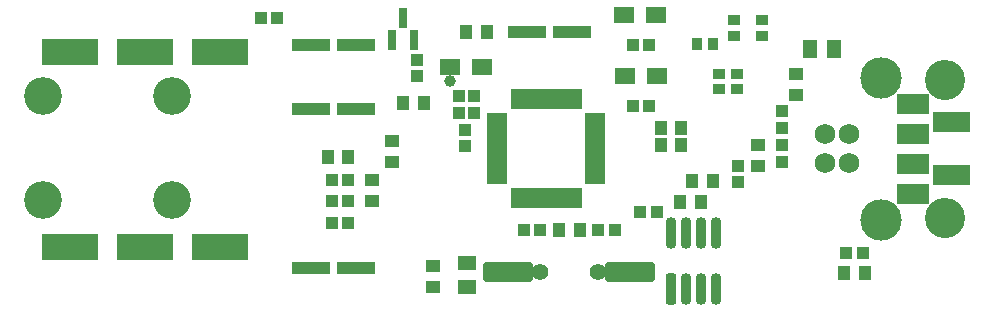
<source format=gts>
G04*
G04 #@! TF.GenerationSoftware,Altium Limited,Altium Designer,23.3.1 (30)*
G04*
G04 Layer_Color=8388736*
%FSLAX44Y44*%
%MOMM*%
G71*
G04*
G04 #@! TF.SameCoordinates,32BE7C2C-7CF3-4A85-95D1-8DFA17E00509*
G04*
G04*
G04 #@! TF.FilePolarity,Negative*
G04*
G01*
G75*
%ADD20R,1.0532X1.2032*%
%ADD21R,1.2032X1.0532*%
%ADD22R,1.3032X1.6032*%
%ADD23R,1.6032X1.3032*%
G04:AMPARAMS|DCode=24|XSize=1.7032mm|YSize=4.2032mm|CornerRadius=0.1766mm|HoleSize=0mm|Usage=FLASHONLY|Rotation=270.000|XOffset=0mm|YOffset=0mm|HoleType=Round|Shape=RoundedRectangle|*
%AMROUNDEDRECTD24*
21,1,1.7032,3.8500,0,0,270.0*
21,1,1.3500,4.2032,0,0,270.0*
1,1,0.3532,-1.9250,-0.6750*
1,1,0.3532,-1.9250,0.6750*
1,1,0.3532,1.9250,0.6750*
1,1,0.3532,1.9250,-0.6750*
%
%ADD24ROUNDEDRECTD24*%
G04:AMPARAMS|DCode=25|XSize=0.9032mm|YSize=2.7032mm|CornerRadius=0.2766mm|HoleSize=0mm|Usage=FLASHONLY|Rotation=180.000|XOffset=0mm|YOffset=0mm|HoleType=Round|Shape=RoundedRectangle|*
%AMROUNDEDRECTD25*
21,1,0.9032,2.1500,0,0,180.0*
21,1,0.3500,2.7032,0,0,180.0*
1,1,0.5532,-0.1750,1.0750*
1,1,0.5532,0.1750,1.0750*
1,1,0.5532,0.1750,-1.0750*
1,1,0.5532,-0.1750,-1.0750*
%
%ADD25ROUNDEDRECTD25*%
%ADD26O,0.9032X2.7032*%
%ADD27R,0.8032X1.8032*%
%ADD28R,1.0032X0.9532*%
%ADD29R,0.9532X1.0032*%
%ADD30R,1.0032X1.1032*%
%ADD31R,1.1032X1.0032*%
%ADD32R,3.2032X1.0032*%
%ADD33R,1.8032X1.4032*%
%ADD34R,1.7632X0.4832*%
%ADD35R,0.4832X1.7632*%
%ADD36C,1.7272*%
%ADD37C,3.5032*%
%ADD38C,1.4032*%
%ADD39R,2.7432X1.7032*%
%ADD40R,1.7027X1.7027*%
%ADD41C,3.4032*%
%ADD42R,4.7032X2.2032*%
%ADD43C,1.0032*%
%ADD44C,3.2032*%
D20*
X725050Y30320D02*
D03*
X707550D02*
D03*
X586310Y89720D02*
D03*
X568810D02*
D03*
X596470Y107660D02*
D03*
X578970D02*
D03*
X484130Y66350D02*
D03*
X466630D02*
D03*
X570030Y152760D02*
D03*
X552530D02*
D03*
X570030Y138220D02*
D03*
X552530D02*
D03*
X270390Y128390D02*
D03*
X287890D02*
D03*
X405140Y234190D02*
D03*
X387640D02*
D03*
X334260Y173640D02*
D03*
X351760D02*
D03*
D21*
X666767Y198183D02*
D03*
Y180683D02*
D03*
X634920Y138220D02*
D03*
Y120720D02*
D03*
X308400Y91207D02*
D03*
Y108707D02*
D03*
X324760Y124350D02*
D03*
Y141850D02*
D03*
X359998Y35748D02*
D03*
Y18248D02*
D03*
D22*
X679002Y219998D02*
D03*
X699002D02*
D03*
D23*
X388100Y38500D02*
D03*
Y18500D02*
D03*
D24*
X526630Y30960D02*
D03*
X422830D02*
D03*
D25*
X561050Y16110D02*
D03*
D26*
X573750Y16110D02*
D03*
X586450Y16110D02*
D03*
X599150D02*
D03*
X561050Y64110D02*
D03*
X573750Y64110D02*
D03*
X586450Y64110D02*
D03*
X599150D02*
D03*
D27*
X324760Y227290D02*
D03*
X343760Y227290D02*
D03*
X334260Y245790D02*
D03*
D28*
X614300Y243930D02*
D03*
Y230430D02*
D03*
X638380Y243930D02*
D03*
Y230430D02*
D03*
X617020Y185410D02*
D03*
Y198910D02*
D03*
X601720Y185410D02*
D03*
Y198910D02*
D03*
D29*
X583010Y223590D02*
D03*
X596510D02*
D03*
D30*
X723300Y47260D02*
D03*
X709300D02*
D03*
X513380Y66350D02*
D03*
X499380D02*
D03*
X436580Y66350D02*
D03*
X450580D02*
D03*
X227920Y246180D02*
D03*
X213920D02*
D03*
X273980Y108707D02*
D03*
X287980D02*
D03*
X273980Y72340D02*
D03*
X287980D02*
D03*
X273980Y91207D02*
D03*
X287980D02*
D03*
X528585Y222820D02*
D03*
X542585D02*
D03*
X534890Y81270D02*
D03*
X548890D02*
D03*
X542585Y171680D02*
D03*
X528585D02*
D03*
D31*
X617820Y106720D02*
D03*
Y120720D02*
D03*
X654820Y124220D02*
D03*
Y138220D02*
D03*
Y166760D02*
D03*
Y152760D02*
D03*
X346500Y210700D02*
D03*
Y196700D02*
D03*
X386460Y151420D02*
D03*
Y137420D02*
D03*
X394632Y179559D02*
D03*
Y165559D02*
D03*
X381232Y179559D02*
D03*
Y165559D02*
D03*
D32*
X256440Y168490D02*
D03*
X294440D02*
D03*
X256440Y223290D02*
D03*
X294440D02*
D03*
X256440Y34510D02*
D03*
X294440D02*
D03*
X439050Y234290D02*
D03*
X477050D02*
D03*
D33*
X521710Y248400D02*
D03*
X548710D02*
D03*
X374174Y204200D02*
D03*
X401174D02*
D03*
X549460Y196780D02*
D03*
X522460D02*
D03*
D34*
X413610Y107680D02*
D03*
Y112680D02*
D03*
Y117680D02*
D03*
Y122680D02*
D03*
Y127680D02*
D03*
X413610Y132680D02*
D03*
Y137680D02*
D03*
X413610Y142680D02*
D03*
Y147680D02*
D03*
X413610Y152680D02*
D03*
X413610Y157680D02*
D03*
Y162680D02*
D03*
X497210D02*
D03*
Y157680D02*
D03*
Y152680D02*
D03*
Y147680D02*
D03*
Y142680D02*
D03*
Y137680D02*
D03*
Y132680D02*
D03*
Y127680D02*
D03*
Y122680D02*
D03*
Y117680D02*
D03*
Y112680D02*
D03*
Y107680D02*
D03*
D35*
X427910Y176980D02*
D03*
X432910D02*
D03*
X437910D02*
D03*
X442910D02*
D03*
X447910D02*
D03*
X452910D02*
D03*
X457910D02*
D03*
X462910D02*
D03*
X467910D02*
D03*
X472910D02*
D03*
X477910D02*
D03*
X482910D02*
D03*
Y93380D02*
D03*
X477910D02*
D03*
X472910Y93380D02*
D03*
X467910Y93380D02*
D03*
X462910D02*
D03*
X457910Y93380D02*
D03*
X452910D02*
D03*
X447910Y93380D02*
D03*
X442910D02*
D03*
X437910D02*
D03*
X432910D02*
D03*
X427910D02*
D03*
D36*
X691541Y147754D02*
D03*
Y122754D02*
D03*
X711541Y122754D02*
D03*
Y147754D02*
D03*
D37*
X738641Y195254D02*
D03*
X738641Y75254D02*
D03*
D38*
X450330Y30960D02*
D03*
X499130D02*
D03*
D39*
X765990Y173504D02*
D03*
Y148104D02*
D03*
Y122704D02*
D03*
Y97304D02*
D03*
D40*
X791466Y158018D02*
D03*
Y113060D02*
D03*
X805453Y158018D02*
D03*
Y113060D02*
D03*
D41*
X792990Y76754D02*
D03*
Y193754D02*
D03*
D42*
X52502Y52240D02*
D03*
X116002D02*
D03*
X179502D02*
D03*
X52502Y217340D02*
D03*
X116002D02*
D03*
X179502D02*
D03*
D43*
X374174Y192500D02*
D03*
D44*
X139080Y179500D02*
D03*
Y92000D02*
D03*
X29080D02*
D03*
Y179500D02*
D03*
M02*

</source>
